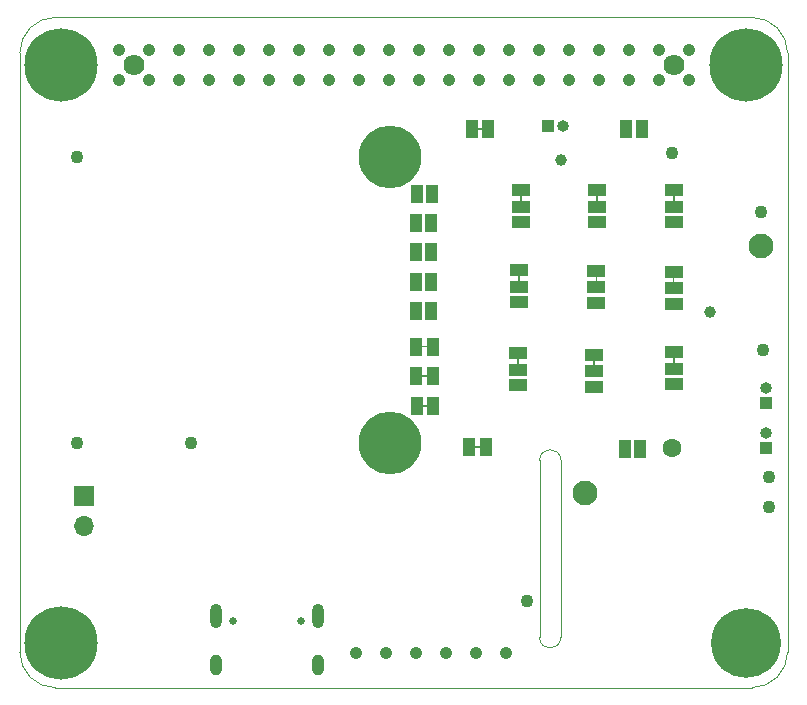
<source format=gbr>
G04 #@! TF.GenerationSoftware,KiCad,Pcbnew,(5.1.5)-3*
G04 #@! TF.CreationDate,2021-12-30T11:40:28+01:00*
G04 #@! TF.ProjectId,mPCIe_HAT,6d504349-655f-4484-9154-2e6b69636164,rev?*
G04 #@! TF.SameCoordinates,PX7094cd0PY79a4230*
G04 #@! TF.FileFunction,Soldermask,Bot*
G04 #@! TF.FilePolarity,Negative*
%FSLAX46Y46*%
G04 Gerber Fmt 4.6, Leading zero omitted, Abs format (unit mm)*
G04 Created by KiCad (PCBNEW (5.1.5)-3) date 2021-12-30 11:40:28*
%MOMM*%
%LPD*%
G04 APERTURE LIST*
%ADD10C,0.100000*%
%ADD11C,0.150000*%
%ADD12C,5.300000*%
%ADD13C,1.100000*%
%ADD14C,1.600000*%
%ADD15R,1.000000X1.000000*%
%ADD16O,1.000000X1.000000*%
%ADD17C,2.100000*%
%ADD18R,1.500000X1.000000*%
%ADD19R,1.000000X1.500000*%
%ADD20C,1.780000*%
%ADD21C,1.050000*%
%ADD22C,1.000000*%
%ADD23O,1.000000X2.100000*%
%ADD24O,1.000000X1.800000*%
%ADD25C,0.650000*%
%ADD26C,6.200000*%
%ADD27C,5.900000*%
%ADD28O,1.700000X1.700000*%
%ADD29R,1.700000X1.700000*%
G04 APERTURE END LIST*
D10*
X3000000Y-250000D02*
X62000000Y-250000D01*
X0Y53500000D02*
X0Y2750000D01*
X65000000Y53500000D02*
G75*
G03X62000000Y56500000I-3000000J0D01*
G01*
X0Y2750000D02*
G75*
G03X3000000Y-250000I3000000J0D01*
G01*
X45800000Y19000000D02*
G75*
G03X44000000Y19000000I-900000J0D01*
G01*
X45800000Y19000000D02*
X45800000Y4000000D01*
X3000000Y56500000D02*
G75*
G03X0Y53500000I0J-3000000D01*
G01*
X65000000Y53500000D02*
X65000000Y2750000D01*
X44000000Y19000000D02*
X44000000Y4000000D01*
X3000000Y56500000D02*
X62000000Y56500000D01*
X45800000Y4000000D02*
G75*
G02X44000000Y4000000I-900000J0D01*
G01*
X62000000Y-250000D02*
G75*
G03X65000000Y2750000I0J3000000D01*
G01*
D11*
G36*
X55325000Y41400000D02*
G01*
X55325000Y40900000D01*
X55475000Y40900000D01*
X55475000Y41400000D01*
X55325000Y41400000D01*
G37*
G36*
X39200000Y47150000D02*
G01*
X38700000Y47150000D01*
X38700000Y47000000D01*
X39200000Y47000000D01*
X39200000Y47150000D01*
G37*
G36*
X39000000Y20200000D02*
G01*
X38500000Y20200000D01*
X38500000Y20050000D01*
X39000000Y20050000D01*
X39000000Y20200000D01*
G37*
G36*
X34550000Y23700000D02*
G01*
X34050000Y23700000D01*
X34050000Y23550000D01*
X34550000Y23550000D01*
X34550000Y23700000D01*
G37*
G36*
X34500000Y26200000D02*
G01*
X34000000Y26200000D01*
X34000000Y26050000D01*
X34500000Y26050000D01*
X34500000Y26200000D01*
G37*
G36*
X34000000Y28550000D02*
G01*
X34500000Y28550000D01*
X34500000Y28700000D01*
X34000000Y28700000D01*
X34000000Y28550000D01*
G37*
G36*
X55325000Y27675000D02*
G01*
X55325000Y27175000D01*
X55475000Y27175000D01*
X55475000Y27675000D01*
X55325000Y27675000D01*
G37*
G36*
X48525000Y27475000D02*
G01*
X48525000Y26975000D01*
X48675000Y26975000D01*
X48675000Y27475000D01*
X48525000Y27475000D01*
G37*
G36*
X42125000Y27625000D02*
G01*
X42125000Y27125000D01*
X42275000Y27125000D01*
X42275000Y27625000D01*
X42125000Y27625000D01*
G37*
G36*
X55275000Y34500000D02*
G01*
X55275000Y34000000D01*
X55425000Y34000000D01*
X55425000Y34500000D01*
X55275000Y34500000D01*
G37*
G36*
X48750000Y34600000D02*
G01*
X48750000Y34100000D01*
X48900000Y34100000D01*
X48900000Y34600000D01*
X48750000Y34600000D01*
G37*
G36*
X42350000Y41400000D02*
G01*
X42350000Y40900000D01*
X42500000Y40900000D01*
X42500000Y41400000D01*
X42350000Y41400000D01*
G37*
G36*
X42175000Y34625000D02*
G01*
X42175000Y34125000D01*
X42325000Y34125000D01*
X42325000Y34625000D01*
X42175000Y34625000D01*
G37*
G36*
X48775000Y41400000D02*
G01*
X48775000Y40900000D01*
X48925000Y40900000D01*
X48925000Y41400000D01*
X48775000Y41400000D01*
G37*
D12*
X31350000Y44650000D03*
X31350000Y20450000D03*
D13*
X55250000Y45050000D03*
D14*
X55250000Y20050000D03*
D15*
X63150000Y20000000D03*
D16*
X63150000Y21270000D03*
X63150000Y25080000D03*
D15*
X63150000Y23810000D03*
D13*
X62950000Y28300000D03*
D17*
X62750000Y37100000D03*
X47850000Y16250000D03*
D18*
X55400000Y41850000D03*
X55400000Y39150000D03*
X55400000Y40450000D03*
D19*
X39650000Y47075000D03*
X38250000Y47075000D03*
X38050000Y20125000D03*
X39450000Y20125000D03*
X35000000Y23625000D03*
X33600000Y23625000D03*
X34950000Y26125000D03*
X33550000Y26125000D03*
X33550000Y28625000D03*
X34950000Y28625000D03*
D18*
X55400000Y28125000D03*
X55400000Y25425000D03*
X55400000Y26725000D03*
X48600000Y27925000D03*
X48600000Y25225000D03*
X48600000Y26525000D03*
X42200000Y28075000D03*
X42200000Y25375000D03*
X42200000Y26675000D03*
X55350000Y34950000D03*
X55350000Y32250000D03*
X55350000Y33550000D03*
X48825000Y35050000D03*
X48825000Y32350000D03*
X48825000Y33650000D03*
X42425000Y41850000D03*
X42425000Y39150000D03*
X42425000Y40450000D03*
X42250000Y35075000D03*
X42250000Y32375000D03*
X42250000Y33675000D03*
X48850000Y41850000D03*
X48850000Y39150000D03*
X48850000Y40450000D03*
D15*
X44725000Y47325000D03*
D16*
X45995000Y47325000D03*
D19*
X34900000Y41525000D03*
X33600000Y41525000D03*
X34850000Y39075000D03*
X33550000Y39075000D03*
X34825000Y36625000D03*
X33525000Y36625000D03*
X34825000Y34100000D03*
X33525000Y34100000D03*
X33550000Y31600000D03*
X34850000Y31600000D03*
X52550000Y19925000D03*
X51250000Y19925000D03*
D13*
X4850000Y20450000D03*
X4850000Y44650000D03*
D20*
X9640000Y52500000D03*
D21*
X56630000Y51230000D03*
X56630000Y53770000D03*
X38850000Y51230000D03*
X38850000Y53770000D03*
X33770000Y51230000D03*
X33770000Y53770000D03*
X43930000Y51230000D03*
X43930000Y53770000D03*
X15990000Y51230000D03*
X15990000Y53770000D03*
X46470000Y51230000D03*
X46470000Y53770000D03*
X28690000Y51230000D03*
X28690000Y53770000D03*
X51550000Y51230000D03*
X51550000Y53770000D03*
X49010000Y51230000D03*
X49010000Y53770000D03*
X54090000Y51230000D03*
X54090000Y53770000D03*
X31230000Y51230000D03*
X31230000Y53770000D03*
X18530000Y51230000D03*
X18530000Y53770000D03*
X23610000Y51230000D03*
X23610000Y53770000D03*
X41390000Y51230000D03*
X41390000Y53770000D03*
X21070000Y51230000D03*
X21070000Y53770000D03*
X36310000Y51230000D03*
X36310000Y53770000D03*
X8370000Y53770000D03*
X8370000Y51230000D03*
X13450000Y53770000D03*
X10910000Y51230000D03*
X26150000Y51230000D03*
X26150000Y53770000D03*
X10910000Y53770000D03*
X13450000Y51230000D03*
D20*
X55360000Y52500000D03*
D21*
X33580000Y2670000D03*
X31040000Y2670000D03*
X28500000Y2670000D03*
X41200000Y2670000D03*
X36120000Y2670000D03*
X38660000Y2670000D03*
D13*
X62770000Y40010000D03*
X42950000Y7050000D03*
X63450000Y15050000D03*
X63450000Y17550000D03*
D22*
X58450000Y31575000D03*
X45825000Y44425000D03*
D13*
X14500000Y20500000D03*
D23*
X16630000Y5830000D03*
X25270000Y5830000D03*
D24*
X16630000Y1660000D03*
X25270000Y1660000D03*
D25*
X23840000Y5350000D03*
X18060000Y5350000D03*
D26*
X3500000Y52500000D03*
X61500000Y52500000D03*
X3500000Y3500000D03*
D27*
X61500000Y3500000D03*
D28*
X5400000Y13410000D03*
D29*
X5400000Y15950000D03*
D19*
X52650000Y47075000D03*
X51350000Y47075000D03*
M02*

</source>
